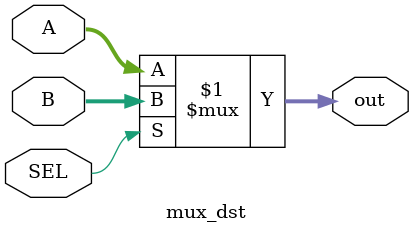
<source format=v>
`timescale 1ns / 1ps


module mux_dst(A,B,SEL,out);
input [31:0]A;
input [31:0]B;
input SEL;
output [31:0]out;
assign out=SEL?B:A;
endmodule

</source>
